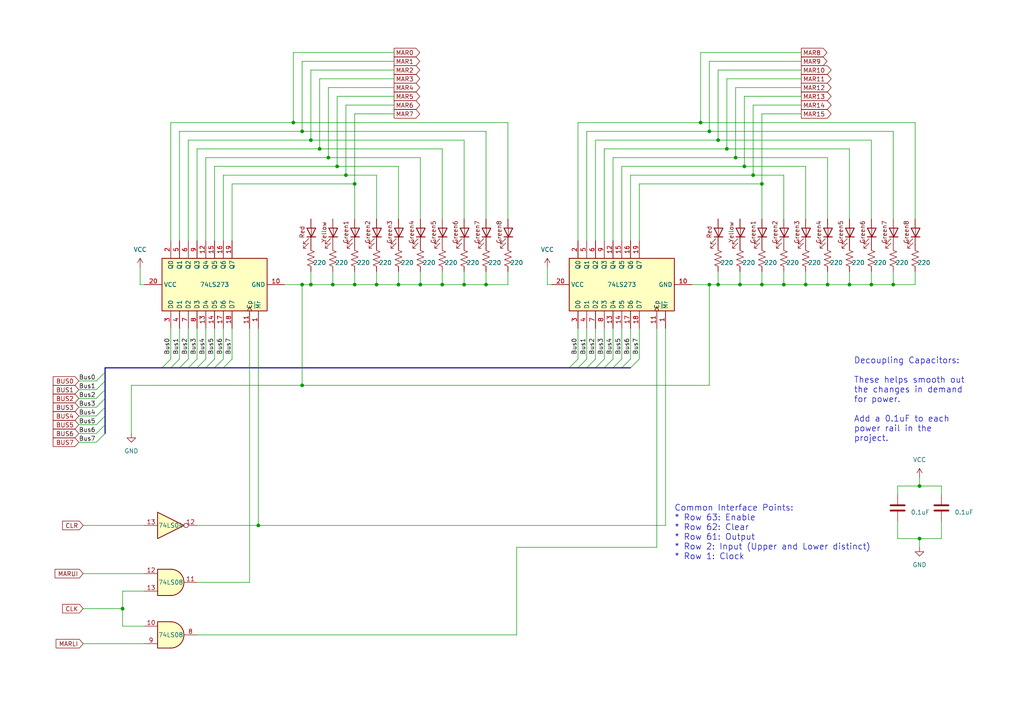
<source format=kicad_sch>
(kicad_sch (version 20211123) (generator eeschema)
  (paper "A4")
  (title_block (title "Memory Address Register (MAR)") (date "2022-02-06") (rev "1.0"))
  (lib_symbols
    (symbol "74xx:74LS04"
      (property "Reference" "U" (at 0 1.27 0))
      (property "Value" "74LS04" (at 0 -1.27 0))
      (symbol "74LS04_1_0"
        (polyline (pts (xy -3.81 3.81) (xy -3.81 -3.81) (xy 3.81 0) (xy -3.81 3.81)) (stroke (width 0.254)) (fill (type background)))
        (pin input line (at -7.62 0 0) (length 3.81) (name "~") (number "1"))
        (pin output inverted (at 7.62 0 180) (length 3.81) (name "~") (number "2"))
      )
      (symbol "74LS04_2_0"
        (polyline (pts (xy -3.81 3.81) (xy -3.81 -3.81) (xy 3.81 0) (xy -3.81 3.81)) (stroke (width 0.254)) (fill (type background)))
        (pin input line (at -7.62 0 0) (length 3.81) (name "~") (number "3"))
        (pin output inverted (at 7.62 0 180) (length 3.81) (name "~") (number "4"))
      )
      (symbol "74LS04_3_0"
        (polyline (pts (xy -3.81 3.81) (xy -3.81 -3.81) (xy 3.81 0) (xy -3.81 3.81)) (stroke (width 0.254)) (fill (type background)))
        (pin input line (at -7.62 0 0) (length 3.81) (name "~") (number "5"))
        (pin output inverted (at 7.62 0 180) (length 3.81) (name "~") (number "6"))
      )
      (symbol "74LS04_4_0"
        (polyline (pts (xy -3.81 3.81) (xy -3.81 -3.81) (xy 3.81 0) (xy -3.81 3.81)) (stroke (width 0.254)) (fill (type background)))
        (pin output inverted (at 7.62 0 180) (length 3.81) (name "~") (number "8"))
        (pin input line (at -7.62 0 0) (length 3.81) (name "~") (number "9"))
      )
      (symbol "74LS04_5_0"
        (polyline (pts (xy -3.81 3.81) (xy -3.81 -3.81) (xy 3.81 0) (xy -3.81 3.81)) (stroke (width 0.254)) (fill (type background)))
        (pin output inverted (at 7.62 0 180) (length 3.81) (name "~") (number "10"))
        (pin input line (at -7.62 0 0) (length 3.81) (name "~") (number "11"))
      )
      (symbol "74LS04_6_0"
        (polyline (pts (xy -3.81 3.81) (xy -3.81 -3.81) (xy 3.81 0) (xy -3.81 3.81)) (stroke (width 0.254)) (fill (type background)))
        (pin output inverted (at 7.62 0 180) (length 3.81) (name "~") (number "12"))
        (pin input line (at -7.62 0 0) (length 3.81) (name "~") (number "13"))
      )
      (symbol "74LS04_7_0"
        (pin power_in line (at 0 12.7 270) (length 5.08) (name "VCC") (number "14"))
        (pin power_in line (at 0 -12.7 90) (length 5.08) (name "GND") (number "7"))
      )
      (symbol "74LS04_7_1"
        (rectangle (start -5.08 7.62) (end 5.08 -7.62) (stroke (width 0.254)) (fill (type background)))
      )
    )
    (symbol "74xx:74LS08" (pin_names (offset 1.016))
      (property "Reference" "U" (at 0 1.27 0))
      (property "Value" "74LS08" (at 0 -1.27 0))
      (symbol "74LS08_1_1"
        (arc (start 0 -3.81) (mid 3.81 0) (end 0 3.81) (stroke (width 0.254)) (fill (type background)))
        (polyline (pts (xy 0 3.81) (xy -3.81 3.81) (xy -3.81 -3.81) (xy 0 -3.81)) (stroke (width 0.254)) (fill (type background)))
        (pin input line (at -7.62 2.54 0) (length 3.81) (name "~") (number "1"))
        (pin input line (at -7.62 -2.54 0) (length 3.81) (name "~") (number "2"))
        (pin output line (at 7.62 0 180) (length 3.81) (name "~") (number "3"))
      )
      (symbol "74LS08_1_2"
        (arc (start -3.81 -3.81) (mid -2.589 0) (end -3.81 3.81) (stroke (width 0.254)))
        (arc (start -0.6096 -3.81) (mid 2.1855 -2.584) (end 3.81 0) (stroke (width 0.254)) (fill (type background)))
        (polyline (pts (xy -3.81 -3.81) (xy -0.635 -3.81)) (stroke (width 0.254)) (fill (type background)))
        (polyline (pts (xy -3.81 3.81) (xy -0.635 3.81)) (stroke (width 0.254)) (fill (type background)))
        (polyline (pts (xy -0.635 3.81) (xy -3.81 3.81) (xy -3.81 3.81) (xy -3.556 3.4036) (xy -3.0226 2.2606) (xy -2.6924 1.0414) (xy -2.6162 -0.254) (xy -2.7686 -1.4986) (xy -3.175 -2.7178) (xy -3.81 -3.81) (xy -3.81 -3.81) (xy -0.635 -3.81)) (stroke (width -25.4)) (fill (type background)))
        (arc (start 3.81 0) (mid 2.1928 2.5925) (end -0.6096 3.81) (stroke (width 0.254)) (fill (type background)))
        (pin input inverted (at -7.62 2.54 0) (length 4.318) (name "~") (number "1"))
        (pin input inverted (at -7.62 -2.54 0) (length 4.318) (name "~") (number "2"))
        (pin output inverted (at 7.62 0 180) (length 3.81) (name "~") (number "3"))
      )
      (symbol "74LS08_2_1"
        (arc (start 0 -3.81) (mid 3.81 0) (end 0 3.81) (stroke (width 0.254)) (fill (type background)))
        (polyline (pts (xy 0 3.81) (xy -3.81 3.81) (xy -3.81 -3.81) (xy 0 -3.81)) (stroke (width 0.254)) (fill (type background)))
        (pin input line (at -7.62 2.54 0) (length 3.81) (name "~") (number "4"))
        (pin input line (at -7.62 -2.54 0) (length 3.81) (name "~") (number "5"))
        (pin output line (at 7.62 0 180) (length 3.81) (name "~") (number "6"))
      )
      (symbol "74LS08_2_2"
        (arc (start -3.81 -3.81) (mid -2.589 0) (end -3.81 3.81) (stroke (width 0.254)))
        (arc (start -0.6096 -3.81) (mid 2.1855 -2.584) (end 3.81 0) (stroke (width 0.254)) (fill (type background)))
        (polyline (pts (xy -3.81 -3.81) (xy -0.635 -3.81)) (stroke (width 0.254)) (fill (type background)))
        (polyline (pts (xy -3.81 3.81) (xy -0.635 3.81)) (stroke (width 0.254)) (fill (type background)))
        (polyline (pts (xy -0.635 3.81) (xy -3.81 3.81) (xy -3.81 3.81) (xy -3.556 3.4036) (xy -3.0226 2.2606) (xy -2.6924 1.0414) (xy -2.6162 -0.254) (xy -2.7686 -1.4986) (xy -3.175 -2.7178) (xy -3.81 -3.81) (xy -3.81 -3.81) (xy -0.635 -3.81)) (stroke (width -25.4)) (fill (type background)))
        (arc (start 3.81 0) (mid 2.1928 2.5925) (end -0.6096 3.81) (stroke (width 0.254)) (fill (type background)))
        (pin input inverted (at -7.62 2.54 0) (length 4.318) (name "~") (number "4"))
        (pin input inverted (at -7.62 -2.54 0) (length 4.318) (name "~") (number "5"))
        (pin output inverted (at 7.62 0 180) (length 3.81) (name "~") (number "6"))
      )
      (symbol "74LS08_3_1"
        (arc (start 0 -3.81) (mid 3.81 0) (end 0 3.81) (stroke (width 0.254)) (fill (type background)))
        (polyline (pts (xy 0 3.81) (xy -3.81 3.81) (xy -3.81 -3.81) (xy 0 -3.81)) (stroke (width 0.254)) (fill (type background)))
        (pin input line (at -7.62 -2.54 0) (length 3.81) (name "~") (number "10"))
        (pin output line (at 7.62 0 180) (length 3.81) (name "~") (number "8"))
        (pin input line (at -7.62 2.54 0) (length 3.81) (name "~") (number "9"))
      )
      (symbol "74LS08_3_2"
        (arc (start -3.81 -3.81) (mid -2.589 0) (end -3.81 3.81) (stroke (width 0.254)))
        (arc (start -0.6096 -3.81) (mid 2.1855 -2.584) (end 3.81 0) (stroke (width 0.254)) (fill (type background)))
        (polyline (pts (xy -3.81 -3.81) (xy -0.635 -3.81)) (stroke (width 0.254)) (fill (type background)))
        (polyline (pts (xy -3.81 3.81) (xy -0.635 3.81)) (stroke (width 0.254)) (fill (type background)))
        (polyline (pts (xy -0.635 3.81) (xy -3.81 3.81) (xy -3.81 3.81) (xy -3.556 3.4036) (xy -3.0226 2.2606) (xy -2.6924 1.0414) (xy -2.6162 -0.254) (xy -2.7686 -1.4986) (xy -3.175 -2.7178) (xy -3.81 -3.81) (xy -3.81 -3.81) (xy -0.635 -3.81)) (stroke (width -25.4)) (fill (type background)))
        (arc (start 3.81 0) (mid 2.1928 2.5925) (end -0.6096 3.81) (stroke (width 0.254)) (fill (type background)))
        (pin input inverted (at -7.62 -2.54 0) (length 4.318) (name "~") (number "10"))
        (pin output inverted (at 7.62 0 180) (length 3.81) (name "~") (number "8"))
        (pin input inverted (at -7.62 2.54 0) (length 4.318) (name "~") (number "9"))
      )
      (symbol "74LS08_4_1"
        (arc (start 0 -3.81) (mid 3.81 0) (end 0 3.81) (stroke (width 0.254)) (fill (type background)))
        (polyline (pts (xy 0 3.81) (xy -3.81 3.81) (xy -3.81 -3.81) (xy 0 -3.81)) (stroke (width 0.254)) (fill (type background)))
        (pin output line (at 7.62 0 180) (length 3.81) (name "~") (number "11"))
        (pin input line (at -7.62 2.54 0) (length 3.81) (name "~") (number "12"))
        (pin input line (at -7.62 -2.54 0) (length 3.81) (name "~") (number "13"))
      )
      (symbol "74LS08_4_2"
        (arc (start -3.81 -3.81) (mid -2.589 0) (end -3.81 3.81) (stroke (width 0.254)))
        (arc (start -0.6096 -3.81) (mid 2.1855 -2.584) (end 3.81 0) (stroke (width 0.254)) (fill (type background)))
        (polyline (pts (xy -3.81 -3.81) (xy -0.635 -3.81)) (stroke (width 0.254)) (fill (type background)))
        (polyline (pts (xy -3.81 3.81) (xy -0.635 3.81)) (stroke (width 0.254)) (fill (type background)))
        (polyline (pts (xy -0.635 3.81) (xy -3.81 3.81) (xy -3.81 3.81) (xy -3.556 3.4036) (xy -3.0226 2.2606) (xy -2.6924 1.0414) (xy -2.6162 -0.254) (xy -2.7686 -1.4986) (xy -3.175 -2.7178) (xy -3.81 -3.81) (xy -3.81 -3.81) (xy -0.635 -3.81)) (stroke (width -25.4)) (fill (type background)))
        (arc (start 3.81 0) (mid 2.1928 2.5925) (end -0.6096 3.81) (stroke (width 0.254)) (fill (type background)))
        (pin output inverted (at 7.62 0 180) (length 3.81) (name "~") (number "11"))
        (pin input inverted (at -7.62 2.54 0) (length 4.318) (name "~") (number "12"))
        (pin input inverted (at -7.62 -2.54 0) (length 4.318) (name "~") (number "13"))
      )
      (symbol "74LS08_5_0"
        (pin power_in line (at 0 12.7 270) (length 5.08) (name "VCC") (number "14"))
        (pin power_in line (at 0 -12.7 90) (length 5.08) (name "GND") (number "7"))
      )
      (symbol "74LS08_5_1"
        (rectangle (start -5.08 7.62) (end 5.08 -7.62) (stroke (width 0.254)) (fill (type background)))
      )
    )
    (symbol "74xx:74LS273"
      (property "Reference" "U" (at -7.62 16.51 0))
      (property "Value" "74LS273" (at -7.62 -16.51 0))
      (symbol "74LS273_1_0"
        (pin input line (at -12.7 -12.7 0) (length 5.08) (name "~{Mr}") (number "1"))
        (pin power_in line (at 0 -20.32 90) (length 5.08) (name "GND") (number "10"))
        (pin input clock (at -12.7 -10.16 0) (length 5.08) (name "Cp") (number "11"))
        (pin output line (at 12.7 2.54 180) (length 5.08) (name "Q4") (number "12"))
        (pin input line (at -12.7 2.54 0) (length 5.08) (name "D4") (number "13"))
        (pin input line (at -12.7 0 0) (length 5.08) (name "D5") (number "14"))
        (pin output line (at 12.7 0 180) (length 5.08) (name "Q5") (number "15"))
        (pin output line (at 12.7 -2.54 180) (length 5.08) (name "Q6") (number "16"))
        (pin input line (at -12.7 -2.54 0) (length 5.08) (name "D6") (number "17"))
        (pin input line (at -12.7 -5.08 0) (length 5.08) (name "D7") (number "18"))
        (pin output line (at 12.7 -5.08 180) (length 5.08) (name "Q7") (number "19"))
        (pin output line (at 12.7 12.7 180) (length 5.08) (name "Q0") (number "2"))
        (pin power_in line (at 0 20.32 270) (length 5.08) (name "VCC") (number "20"))
        (pin input line (at -12.7 12.7 0) (length 5.08) (name "D0") (number "3"))
        (pin input line (at -12.7 10.16 0) (length 5.08) (name "D1") (number "4"))
        (pin output line (at 12.7 10.16 180) (length 5.08) (name "Q1") (number "5"))
        (pin output line (at 12.7 7.62 180) (length 5.08) (name "Q2") (number "6"))
        (pin input line (at -12.7 7.62 0) (length 5.08) (name "D2") (number "7"))
        (pin input line (at -12.7 5.08 0) (length 5.08) (name "D3") (number "8"))
        (pin output line (at 12.7 5.08 180) (length 5.08) (name "Q3") (number "9"))
      )
      (symbol "74LS273_1_1"
        (rectangle (start -7.62 15.24) (end 7.62 -15.24) (stroke (width 0.254)) (fill (type background)))
      )
    )
    (symbol "Device:C" (pin_numbers hide) (pin_names (offset 0.254))
      (property "Reference" "C" (at 0.635 2.54 0))
      (property "Value" "C" (at 0.635 -2.54 0))
      (symbol "C_0_1"
        (polyline (pts (xy -2.032 -0.762) (xy 2.032 -0.762)) (stroke (width 0.508)))
        (polyline (pts (xy -2.032 0.762) (xy 2.032 0.762)) (stroke (width 0.508)))
      )
      (symbol "C_1_1"
        (pin passive line (at 0 3.81 270) (length 2.794) (name "~") (number "1"))
        (pin passive line (at 0 -3.81 90) (length 2.794) (name "~") (number "2"))
      )
    )
    (symbol "Device:R_US" (pin_numbers hide) (pin_names (offset 0))
      (property "Reference" "R" (at 2.54 0 90))
      (property "Value" "R_US" (at -2.54 0 90))
      (symbol "R_US_0_1"
        (polyline (pts (xy 0 -2.286) (xy 0 -2.54)))
        (polyline (pts (xy 0 2.286) (xy 0 2.54)))
        (polyline (pts (xy 0 -0.762) (xy 1.016 -1.143) (xy 0 -1.524) (xy -1.016 -1.905) (xy 0 -2.286)))
        (polyline (pts (xy 0 0.762) (xy 1.016 0.381) (xy 0 0) (xy -1.016 -0.381) (xy 0 -0.762)))
        (polyline (pts (xy 0 2.286) (xy 1.016 1.905) (xy 0 1.524) (xy -1.016 1.143) (xy 0 0.762)))
      )
      (symbol "R_US_1_1"
        (pin passive line (at 0 3.81 270) (length 1.27) (name "~") (number "1"))
        (pin passive line (at 0 -3.81 90) (length 1.27) (name "~") (number "2"))
      )
    )
    (symbol "SB1R1Y8G_LED:SB1R1Y8G_LED"
      (symbol "SB1R1Y8G_LED_0_0"
        (text "" (at 0.635 0 900) (effects (font (size 1.27 1.27))))
        (text "" (at 1.27 -15.24 0) (effects (font (size 1.27 1.27))))
      )
      (symbol "SB1R1Y8G_LED_0_1"
        (polyline (pts (xy -1.397 -0.127) (xy 1.143 -0.127)))
        (polyline (pts (xy -1.397 1.143) (xy -1.397 -1.397)) (stroke (width 0.254)))
        (polyline (pts (xy 1.143 1.143) (xy 1.143 -1.397) (xy -1.397 -0.127) (xy 1.143 1.143)) (stroke (width 0.254)))
        (polyline (pts (xy -3.175 0.635) (xy -4.699 2.159) (xy -3.937 2.159) (xy -4.699 2.159) (xy -4.699 1.397)))
        (polyline (pts (xy -1.905 0.635) (xy -3.429 2.159) (xy -2.667 2.159) (xy -3.429 2.159) (xy -3.429 1.397)))
      )
      (symbol "SB1R1Y8G_LED_1_0"
        (text "Red" (at 0 2.54 0) (effects (font (size 1.27 1.27))))
      )
      (symbol "SB1R1Y8G_LED_1_1"
        (pin passive line (at -3.81 0 0) (length 2.54) (name "") (number "1"))
        (pin passive line (at 3.81 0 180) (length 2.54) (name "") (number "11"))
      )
      (symbol "SB1R1Y8G_LED_2_0"
        (text "Yellow" (at 0 2.54 0) (effects (font (size 1.27 1.27))))
      )
      (symbol "SB1R1Y8G_LED_2_1"
        (pin passive line (at 3.81 0 180) (length 2.54) (name "") (number "12"))
        (pin passive line (at -3.81 0 0) (length 2.54) (name "") (number "2"))
      )
      (symbol "SB1R1Y8G_LED_3_0"
        (text "Green1" (at 0 2.54 0) (effects (font (size 1.27 1.27))))
      )
      (symbol "SB1R1Y8G_LED_3_1"
        (pin passive line (at 3.81 0 180) (length 2.54) (name "") (number "13"))
        (pin passive line (at -3.81 0 0) (length 2.54) (name "") (number "3"))
      )
      (symbol "SB1R1Y8G_LED_4_0"
        (text "Green2" (at 0 2.54 0) (effects (font (size 1.27 1.27))))
      )
      (symbol "SB1R1Y8G_LED_4_1"
        (pin passive line (at 3.81 0 180) (length 2.54) (name "") (number "14"))
        (pin passive line (at -3.81 0 0) (length 2.54) (name "") (number "4"))
      )
      (symbol "SB1R1Y8G_LED_5_0"
        (text "Green3" (at 0 2.54 0) (effects (font (size 1.27 1.27))))
      )
      (symbol "SB1R1Y8G_LED_5_1"
        (pin passive line (at 3.81 0 180) (length 2.54) (name "") (number "15"))
        (pin passive line (at -3.81 0 0) (length 2.54) (name "") (number "5"))
      )
      (symbol "SB1R1Y8G_LED_6_0"
        (text "Green4" (at 0 2.54 0) (effects (font (size 1.27 1.27))))
      )
      (symbol "SB1R1Y8G_LED_6_1"
        (pin passive line (at 3.81 0 180) (length 2.54) (name "") (number "16"))
        (pin passive line (at -3.81 0 0) (length 2.54) (name "") (number "6"))
      )
      (symbol "SB1R1Y8G_LED_7_0"
        (text "Green5" (at 0 2.54 0) (effects (font (size 1.27 1.27))))
      )
      (symbol "SB1R1Y8G_LED_7_1"
        (pin passive line (at 3.81 0 180) (length 2.54) (name "") (number "17"))
        (pin passive line (at -3.81 0 0) (length 2.54) (name "") (number "7"))
      )
      (symbol "SB1R1Y8G_LED_8_0"
        (text "Green6" (at 0 2.54 0) (effects (font (size 1.27 1.27))))
      )
      (symbol "SB1R1Y8G_LED_8_1"
        (pin passive line (at 3.81 0 180) (length 2.54) (name "") (number "18"))
        (pin passive line (at -3.81 0 0) (length 2.54) (name "") (number "8"))
      )
      (symbol "SB1R1Y8G_LED_9_0"
        (text "Green7" (at 0 2.54 0) (effects (font (size 1.27 1.27))))
      )
      (symbol "SB1R1Y8G_LED_9_1"
        (pin passive line (at 3.81 0 180) (length 2.54) (name "") (number "19"))
        (pin passive line (at -3.81 0 0) (length 2.54) (name "") (number "9"))
      )
      (symbol "SB1R1Y8G_LED_10_0"
        (text "Green8" (at 0 2.54 0) (effects (font (size 1.27 1.27))))
      )
      (symbol "SB1R1Y8G_LED_10_1"
        (pin passive line (at 3.81 0 180) (length 2.54) (name "") (number "10"))
        (pin passive line (at -3.81 0 0) (length 2.54) (name "") (number "20"))
      )
    )
    (symbol "power:GND" (power) (pin_names (offset 0))
      (property "Value" "GND" (at 0 -3.81 0))
      (symbol "GND_0_1"
        (polyline (pts (xy 0 0) (xy 0 -1.27) (xy 1.27 -1.27) (xy 0 -2.54) (xy -1.27 -1.27) (xy 0 -1.27)))
      )
      (symbol "GND_1_1"
        (pin power_in line (at 0 0 270) (length 0) hide (name "GND") (number "1"))
      )
    )
    (symbol "power:VCC" (power) (pin_names (offset 0))
      (property "Value" "VCC" (at 0 3.81 0))
      (symbol "VCC_0_1"
        (polyline (pts (xy -0.762 1.27) (xy 0 2.54)))
        (polyline (pts (xy 0 0) (xy 0 2.54)))
        (polyline (pts (xy 0 2.54) (xy 0.762 1.27)))
      )
      (symbol "VCC_1_1"
        (pin power_in line (at 0 0 90) (length 0) hide (name "VCC") (number "1"))
      )
    )
  )
  (junction (at 266.7 140.97))
  (junction (at 220.98 53.34))
  (junction (at 240.03 82.55))
  (junction (at 87.63 111.76))
  (junction (at 205.74 38.1))
  (junction (at 90.17 40.64))
  (junction (at 208.28 40.64))
  (junction (at 218.44 50.8))
  (junction (at 205.74 82.55))
  (junction (at 109.22 82.55))
  (junction (at 102.87 53.34))
  (junction (at 35.56 176.53))
  (junction (at 210.82 43.18))
  (junction (at 85.09 35.56))
  (junction (at 140.97 82.55))
  (junction (at 208.28 82.55))
  (junction (at 252.73 82.55))
  (junction (at 215.9 48.26))
  (junction (at 74.93 152.4))
  (junction (at 220.98 82.55))
  (junction (at 115.57 82.55))
  (junction (at 102.87 82.55))
  (junction (at 97.79 48.26))
  (junction (at 95.25 45.72))
  (junction (at 259.08 82.55))
  (junction (at 92.71 43.18))
  (junction (at 100.33 50.8))
  (junction (at 90.17 82.55))
  (junction (at 134.62 82.55))
  (junction (at 213.36 45.72))
  (junction (at 121.92 82.55))
  (junction (at 96.52 82.55))
  (junction (at 87.63 38.1))
  (junction (at 227.33 82.55))
  (junction (at 246.38 82.55))
  (junction (at 128.27 82.55))
  (junction (at 203.2 35.56))
  (junction (at 266.7 156.21))
  (junction (at 233.68 82.55))
  (junction (at 214.63 82.55))
  (junction (at 87.63 82.55))
  (bus_entry (at 27.94 118.11) (size 2.54 -2.54))
  (bus_entry (at 67.31 104.14) (size -2.54 2.54))
  (bus_entry (at 27.94 115.57) (size 2.54 -2.54))
  (bus_entry (at 49.53 104.14) (size -2.54 2.54))
  (bus_entry (at 175.26 104.14) (size -2.54 2.54))
  (bus_entry (at 172.72 104.14) (size -2.54 2.54))
  (bus_entry (at 27.94 110.49) (size 2.54 -2.54))
  (bus_entry (at 167.64 104.14) (size -2.54 2.54))
  (bus_entry (at 177.8 104.14) (size -2.54 2.54))
  (bus_entry (at 27.94 128.27) (size 2.54 -2.54))
  (bus_entry (at 185.42 104.14) (size -2.54 2.54))
  (bus_entry (at 57.15 104.14) (size -2.54 2.54))
  (bus_entry (at 64.77 104.14) (size -2.54 2.54))
  (bus_entry (at 27.94 125.73) (size 2.54 -2.54))
  (bus_entry (at 54.61 104.14) (size -2.54 2.54))
  (bus_entry (at 27.94 120.65) (size 2.54 -2.54))
  (bus_entry (at 59.69 104.14) (size -2.54 2.54))
  (bus_entry (at 170.18 104.14) (size -2.54 2.54))
  (bus_entry (at 182.88 104.14) (size -2.54 2.54))
  (bus_entry (at 180.34 104.14) (size -2.54 2.54))
  (bus_entry (at 27.94 123.19) (size 2.54 -2.54))
  (bus_entry (at 62.23 104.14) (size -2.54 2.54))
  (bus_entry (at 27.94 113.03) (size 2.54 -2.54))
  (bus_entry (at 52.07 104.14) (size -2.54 2.54))
  (wire (pts (xy 260.35 140.97) (xy 266.7 140.97)))
  (wire (pts (xy 109.22 82.55) (xy 115.57 82.55)))
  (wire (pts (xy 87.63 82.55) (xy 90.17 82.55)))
  (wire (pts (xy 177.8 95.25) (xy 177.8 104.14)))
  (wire (pts (xy 259.08 82.55) (xy 265.43 82.55)))
  (wire (pts (xy 208.28 78.74) (xy 208.28 82.55)))
  (wire (pts (xy 170.18 95.25) (xy 170.18 104.14)))
  (wire (pts (xy 74.93 152.4) (xy 193.04 152.4)))
  (wire (pts (xy 215.9 48.26) (xy 233.68 48.26)))
  (wire (pts (xy 182.88 69.85) (xy 182.88 50.8)))
  (wire (pts (xy 64.77 69.85) (xy 64.77 50.8)))
  (wire (pts (xy 232.41 17.78) (xy 205.74 17.78)))
  (bus (pts (xy 30.48 113.03) (xy 30.48 115.57)))
  (wire (pts (xy 22.86 128.27) (xy 27.94 128.27)))
  (wire (pts (xy 167.64 95.25) (xy 167.64 104.14)))
  (wire (pts (xy 177.8 69.85) (xy 177.8 45.72)))
  (bus (pts (xy 30.48 115.57) (xy 30.48 118.11)))
  (wire (pts (xy 260.35 151.13) (xy 260.35 156.21)))
  (wire (pts (xy 22.86 115.57) (xy 27.94 115.57)))
  (wire (pts (xy 121.92 78.74) (xy 121.92 82.55)))
  (wire (pts (xy 54.61 69.85) (xy 54.61 40.64)))
  (wire (pts (xy 240.03 45.72) (xy 240.03 63.5)))
  (bus (pts (xy 177.8 106.68) (xy 175.26 106.68)))
  (wire (pts (xy 172.72 95.25) (xy 172.72 104.14)))
  (wire (pts (xy 57.15 184.15) (xy 149.86 184.15)))
  (wire (pts (xy 170.18 38.1) (xy 205.74 38.1)))
  (wire (pts (xy 227.33 82.55) (xy 233.68 82.55)))
  (wire (pts (xy 35.56 176.53) (xy 35.56 171.45)))
  (wire (pts (xy 114.3 17.78) (xy 87.63 17.78)))
  (bus (pts (xy 30.48 106.68) (xy 30.48 107.95)))
  (wire (pts (xy 246.38 78.74) (xy 246.38 82.55)))
  (wire (pts (xy 260.35 156.21) (xy 266.7 156.21)))
  (wire (pts (xy 62.23 95.25) (xy 62.23 104.14)))
  (wire (pts (xy 233.68 82.55) (xy 240.03 82.55)))
  (wire (pts (xy 134.62 78.74) (xy 134.62 82.55)))
  (bus (pts (xy 172.72 106.68) (xy 170.18 106.68)))
  (wire (pts (xy 140.97 78.74) (xy 140.97 82.55)))
  (wire (pts (xy 205.74 111.76) (xy 87.63 111.76)))
  (wire (pts (xy 52.07 69.85) (xy 52.07 38.1)))
  (wire (pts (xy 214.63 82.55) (xy 220.98 82.55)))
  (wire (pts (xy 102.87 33.02) (xy 102.87 53.34)))
  (wire (pts (xy 40.64 77.47) (xy 40.64 82.55)))
  (wire (pts (xy 220.98 33.02) (xy 220.98 53.34)))
  (wire (pts (xy 97.79 27.94) (xy 97.79 48.26)))
  (wire (pts (xy 233.68 48.26) (xy 233.68 63.5)))
  (wire (pts (xy 57.15 152.4) (xy 74.93 152.4)))
  (wire (pts (xy 49.53 95.25) (xy 49.53 104.14)))
  (wire (pts (xy 170.18 69.85) (xy 170.18 38.1)))
  (wire (pts (xy 87.63 17.78) (xy 87.63 38.1)))
  (wire (pts (xy 149.86 158.75) (xy 190.5 158.75)))
  (wire (pts (xy 190.5 158.75) (xy 190.5 95.25)))
  (wire (pts (xy 175.26 69.85) (xy 175.26 43.18)))
  (wire (pts (xy 140.97 82.55) (xy 147.32 82.55)))
  (wire (pts (xy 185.42 53.34) (xy 220.98 53.34)))
  (wire (pts (xy 64.77 50.8) (xy 100.33 50.8)))
  (wire (pts (xy 96.52 82.55) (xy 102.87 82.55)))
  (wire (pts (xy 232.41 27.94) (xy 215.9 27.94)))
  (wire (pts (xy 240.03 78.74) (xy 240.03 82.55)))
  (wire (pts (xy 200.66 82.55) (xy 205.74 82.55)))
  (wire (pts (xy 205.74 82.55) (xy 205.74 111.76)))
  (wire (pts (xy 213.36 25.4) (xy 213.36 45.72)))
  (wire (pts (xy 114.3 33.02) (xy 102.87 33.02)))
  (wire (pts (xy 214.63 78.74) (xy 214.63 82.55)))
  (wire (pts (xy 35.56 181.61) (xy 35.56 176.53)))
  (wire (pts (xy 260.35 143.51) (xy 260.35 140.97)))
  (wire (pts (xy 208.28 82.55) (xy 214.63 82.55)))
  (wire (pts (xy 273.05 140.97) (xy 273.05 143.51)))
  (bus (pts (xy 167.64 106.68) (xy 165.1 106.68)))
  (wire (pts (xy 232.41 22.86) (xy 210.82 22.86)))
  (wire (pts (xy 62.23 69.85) (xy 62.23 48.26)))
  (wire (pts (xy 180.34 69.85) (xy 180.34 48.26)))
  (wire (pts (xy 177.8 45.72) (xy 213.36 45.72)))
  (wire (pts (xy 24.13 176.53) (xy 35.56 176.53)))
  (wire (pts (xy 182.88 50.8) (xy 218.44 50.8)))
  (wire (pts (xy 158.75 77.47) (xy 158.75 82.55)))
  (wire (pts (xy 92.71 22.86) (xy 92.71 43.18)))
  (wire (pts (xy 22.86 120.65) (xy 27.94 120.65)))
  (wire (pts (xy 172.72 69.85) (xy 172.72 40.64)))
  (wire (pts (xy 227.33 78.74) (xy 227.33 82.55)))
  (bus (pts (xy 30.48 107.95) (xy 30.48 110.49)))
  (bus (pts (xy 64.77 106.68) (xy 165.1 106.68)))
  (wire (pts (xy 40.64 82.55) (xy 41.91 82.55)))
  (bus (pts (xy 170.18 106.68) (xy 167.64 106.68)))
  (wire (pts (xy 67.31 53.34) (xy 102.87 53.34)))
  (wire (pts (xy 147.32 78.74) (xy 147.32 82.55)))
  (wire (pts (xy 252.73 40.64) (xy 252.73 63.5)))
  (wire (pts (xy 193.04 152.4) (xy 193.04 95.25)))
  (wire (pts (xy 128.27 78.74) (xy 128.27 82.55)))
  (bus (pts (xy 52.07 106.68) (xy 49.53 106.68)))
  (wire (pts (xy 210.82 22.86) (xy 210.82 43.18)))
  (wire (pts (xy 85.09 35.56) (xy 147.32 35.56)))
  (wire (pts (xy 57.15 43.18) (xy 92.71 43.18)))
  (wire (pts (xy 220.98 78.74) (xy 220.98 82.55)))
  (wire (pts (xy 259.08 78.74) (xy 259.08 82.55)))
  (wire (pts (xy 180.34 95.25) (xy 180.34 104.14)))
  (wire (pts (xy 134.62 82.55) (xy 140.97 82.55)))
  (wire (pts (xy 22.86 118.11) (xy 27.94 118.11)))
  (wire (pts (xy 102.87 82.55) (xy 109.22 82.55)))
  (wire (pts (xy 140.97 38.1) (xy 140.97 63.5)))
  (wire (pts (xy 100.33 50.8) (xy 109.22 50.8)))
  (wire (pts (xy 266.7 156.21) (xy 273.05 156.21)))
  (wire (pts (xy 87.63 38.1) (xy 140.97 38.1)))
  (bus (pts (xy 30.48 123.19) (xy 30.48 125.73)))
  (wire (pts (xy 54.61 40.64) (xy 90.17 40.64)))
  (bus (pts (xy 62.23 106.68) (xy 59.69 106.68)))
  (wire (pts (xy 59.69 45.72) (xy 95.25 45.72)))
  (bus (pts (xy 175.26 106.68) (xy 172.72 106.68)))
  (wire (pts (xy 59.69 69.85) (xy 59.69 45.72)))
  (wire (pts (xy 24.13 166.37) (xy 41.91 166.37)))
  (wire (pts (xy 218.44 30.48) (xy 218.44 50.8)))
  (wire (pts (xy 215.9 27.94) (xy 215.9 48.26)))
  (wire (pts (xy 246.38 43.18) (xy 246.38 63.5)))
  (wire (pts (xy 52.07 95.25) (xy 52.07 104.14)))
  (wire (pts (xy 227.33 50.8) (xy 227.33 63.5)))
  (wire (pts (xy 22.86 123.19) (xy 27.94 123.19)))
  (wire (pts (xy 41.91 181.61) (xy 35.56 181.61)))
  (wire (pts (xy 203.2 15.24) (xy 203.2 35.56)))
  (bus (pts (xy 59.69 106.68) (xy 57.15 106.68)))
  (wire (pts (xy 97.79 48.26) (xy 115.57 48.26)))
  (wire (pts (xy 22.86 125.73) (xy 27.94 125.73)))
  (wire (pts (xy 182.88 95.25) (xy 182.88 104.14)))
  (wire (pts (xy 114.3 25.4) (xy 95.25 25.4)))
  (wire (pts (xy 90.17 78.74) (xy 90.17 82.55)))
  (wire (pts (xy 114.3 20.32) (xy 90.17 20.32)))
  (bus (pts (xy 30.48 120.65) (xy 30.48 123.19)))
  (wire (pts (xy 35.56 171.45) (xy 41.91 171.45)))
  (wire (pts (xy 121.92 82.55) (xy 128.27 82.55)))
  (wire (pts (xy 252.73 82.55) (xy 259.08 82.55)))
  (wire (pts (xy 102.87 78.74) (xy 102.87 82.55)))
  (wire (pts (xy 273.05 151.13) (xy 273.05 156.21)))
  (wire (pts (xy 232.41 33.02) (xy 220.98 33.02)))
  (wire (pts (xy 121.92 45.72) (xy 121.92 63.5)))
  (wire (pts (xy 90.17 40.64) (xy 134.62 40.64)))
  (wire (pts (xy 74.93 152.4) (xy 74.93 95.25)))
  (wire (pts (xy 115.57 82.55) (xy 121.92 82.55)))
  (wire (pts (xy 240.03 82.55) (xy 246.38 82.55)))
  (wire (pts (xy 49.53 35.56) (xy 85.09 35.56)))
  (wire (pts (xy 109.22 50.8) (xy 109.22 63.5)))
  (bus (pts (xy 30.48 110.49) (xy 30.48 113.03)))
  (wire (pts (xy 158.75 82.55) (xy 160.02 82.55)))
  (wire (pts (xy 259.08 38.1) (xy 259.08 63.5)))
  (wire (pts (xy 175.26 95.25) (xy 175.26 104.14)))
  (wire (pts (xy 232.41 15.24) (xy 203.2 15.24)))
  (bus (pts (xy 54.61 106.68) (xy 52.07 106.68)))
  (wire (pts (xy 85.09 15.24) (xy 85.09 35.56)))
  (bus (pts (xy 182.88 106.68) (xy 180.34 106.68)))
  (wire (pts (xy 232.41 25.4) (xy 213.36 25.4)))
  (wire (pts (xy 232.41 30.48) (xy 218.44 30.48)))
  (wire (pts (xy 38.1 111.76) (xy 38.1 125.73)))
  (bus (pts (xy 49.53 106.68) (xy 46.99 106.68)))
  (wire (pts (xy 24.13 186.69) (xy 41.91 186.69)))
  (wire (pts (xy 115.57 48.26) (xy 115.57 63.5)))
  (wire (pts (xy 134.62 40.64) (xy 134.62 63.5)))
  (wire (pts (xy 208.28 20.32) (xy 208.28 40.64)))
  (wire (pts (xy 232.41 20.32) (xy 208.28 20.32)))
  (wire (pts (xy 213.36 45.72) (xy 240.03 45.72)))
  (wire (pts (xy 87.63 111.76) (xy 38.1 111.76)))
  (wire (pts (xy 266.7 138.43) (xy 266.7 140.97)))
  (wire (pts (xy 185.42 69.85) (xy 185.42 53.34)))
  (wire (pts (xy 220.98 53.34) (xy 220.98 63.5)))
  (wire (pts (xy 22.86 113.03) (xy 27.94 113.03)))
  (wire (pts (xy 167.64 69.85) (xy 167.64 35.56)))
  (wire (pts (xy 205.74 38.1) (xy 259.08 38.1)))
  (bus (pts (xy 180.34 106.68) (xy 177.8 106.68)))
  (wire (pts (xy 49.53 69.85) (xy 49.53 35.56)))
  (wire (pts (xy 67.31 69.85) (xy 67.31 53.34)))
  (wire (pts (xy 92.71 43.18) (xy 128.27 43.18)))
  (bus (pts (xy 30.48 118.11) (xy 30.48 120.65)))
  (wire (pts (xy 114.3 27.94) (xy 97.79 27.94)))
  (wire (pts (xy 185.42 95.25) (xy 185.42 104.14)))
  (wire (pts (xy 62.23 48.26) (xy 97.79 48.26)))
  (wire (pts (xy 90.17 20.32) (xy 90.17 40.64)))
  (wire (pts (xy 59.69 95.25) (xy 59.69 104.14)))
  (wire (pts (xy 208.28 40.64) (xy 252.73 40.64)))
  (wire (pts (xy 114.3 15.24) (xy 85.09 15.24)))
  (wire (pts (xy 64.77 95.25) (xy 64.77 104.14)))
  (wire (pts (xy 128.27 43.18) (xy 128.27 63.5)))
  (wire (pts (xy 114.3 30.48) (xy 100.33 30.48)))
  (wire (pts (xy 167.64 35.56) (xy 203.2 35.56)))
  (wire (pts (xy 95.25 45.72) (xy 121.92 45.72)))
  (wire (pts (xy 57.15 95.25) (xy 57.15 104.14)))
  (wire (pts (xy 109.22 78.74) (xy 109.22 82.55)))
  (wire (pts (xy 265.43 35.56) (xy 265.43 63.5)))
  (wire (pts (xy 128.27 82.55) (xy 134.62 82.55)))
  (wire (pts (xy 252.73 78.74) (xy 252.73 82.55)))
  (wire (pts (xy 57.15 69.85) (xy 57.15 43.18)))
  (wire (pts (xy 203.2 35.56) (xy 265.43 35.56)))
  (bus (pts (xy 64.77 106.68) (xy 62.23 106.68)))
  (wire (pts (xy 147.32 35.56) (xy 147.32 63.5)))
  (wire (pts (xy 95.25 25.4) (xy 95.25 45.72)))
  (wire (pts (xy 220.98 82.55) (xy 227.33 82.55)))
  (wire (pts (xy 82.55 82.55) (xy 87.63 82.55)))
  (wire (pts (xy 100.33 30.48) (xy 100.33 50.8)))
  (wire (pts (xy 67.31 95.25) (xy 67.31 104.14)))
  (wire (pts (xy 96.52 78.74) (xy 96.52 82.55)))
  (wire (pts (xy 149.86 184.15) (xy 149.86 158.75)))
  (wire (pts (xy 218.44 50.8) (xy 227.33 50.8)))
  (wire (pts (xy 24.13 152.4) (xy 41.91 152.4)))
  (wire (pts (xy 54.61 95.25) (xy 54.61 104.14)))
  (wire (pts (xy 266.7 156.21) (xy 266.7 158.75)))
  (wire (pts (xy 90.17 82.55) (xy 96.52 82.55)))
  (wire (pts (xy 266.7 140.97) (xy 273.05 140.97)))
  (wire (pts (xy 210.82 43.18) (xy 246.38 43.18)))
  (wire (pts (xy 72.39 168.91) (xy 72.39 95.25)))
  (wire (pts (xy 175.26 43.18) (xy 210.82 43.18)))
  (wire (pts (xy 180.34 48.26) (xy 215.9 48.26)))
  (wire (pts (xy 205.74 17.78) (xy 205.74 38.1)))
  (bus (pts (xy 57.15 106.68) (xy 54.61 106.68)))
  (wire (pts (xy 87.63 82.55) (xy 87.63 111.76)))
  (wire (pts (xy 115.57 78.74) (xy 115.57 82.55)))
  (wire (pts (xy 114.3 22.86) (xy 92.71 22.86)))
  (wire (pts (xy 172.72 40.64) (xy 208.28 40.64)))
  (wire (pts (xy 205.74 82.55) (xy 208.28 82.55)))
  (wire (pts (xy 57.15 168.91) (xy 72.39 168.91)))
  (wire (pts (xy 246.38 82.55) (xy 252.73 82.55)))
  (wire (pts (xy 22.86 110.49) (xy 27.94 110.49)))
  (wire (pts (xy 52.07 38.1) (xy 87.63 38.1)))
  (wire (pts (xy 102.87 53.34) (xy 102.87 63.5)))
  (wire (pts (xy 233.68 78.74) (xy 233.68 82.55)))
  (bus (pts (xy 46.99 106.68) (xy 30.48 106.68)))
  (wire (pts (xy 265.43 78.74) (xy 265.43 82.55)))
  (text "Common Interface Points:\n* Row 63: Enable\n* Row 62: Clear\n* Row 61: Output\n* Row 2: Input (Upper and Lower distinct)\n* Row 1: Clock" (at 195.58 162.56 0) (effects (font (size 1.75 1.75)) (justify left bottom)))
  (text "Decoupling Capacitors:\n\nThese helps smooth out \nthe changes in demand \nfor power.\n\nAdd a 0.1uF to each \npower rail in the \nproject." (at 247.65 128.27 0) (effects (font (size 1.75 1.75)) (justify left bottom)))
  (label "Bus7" (at 67.31 102.87 90))
  (label "Bus3" (at 57.15 102.87 90))
  (label "Bus5" (at 62.23 102.87 90))
  (label "Bus6" (at 182.88 102.87 90))
  (label "Bus2" (at 22.86 115.57 0))
  (label "Bus4" (at 22.86 120.65 0))
  (label "Bus1" (at 170.18 102.87 90))
  (label "Bus3" (at 175.26 102.87 90))
  (label "Bus0" (at 167.64 102.87 90))
  (label "Bus4" (at 59.69 102.87 90))
  (label "Bus6" (at 64.77 102.87 90))
  (label "Bus6" (at 22.86 125.73 0))
  (label "Bus5" (at 22.86 123.19 0))
  (label "Bus2" (at 172.72 102.87 90))
  (label "Bus7" (at 185.42 102.87 90))
  (label "Bus1" (at 52.07 102.87 90))
  (label "Bus0" (at 49.53 102.87 90))
  (label "Bus5" (at 180.34 102.87 90))
  (label "Bus0" (at 22.86 110.49 0))
  (label "Bus1" (at 22.86 113.03 0))
  (label "Bus7" (at 22.86 128.27 0))
  (label "Bus4" (at 177.8 102.87 90))
  (label "Bus3" (at 22.86 118.11 0))
  (label "Bus2" (at 54.61 102.87 90))
  (global_label "MAR7" (shape output) (at 114.3 33.02 0) (property "Intersheet References" "${INTERSHEET_REFS}" (effects hide)))
  (global_label "BUS5" (shape input) (at 22.86 123.19 180) (property "Intersheet References" "${INTERSHEET_REFS}" (effects hide)))
  (global_label "MAR14" (shape output) (at 232.41 30.48 0) (property "Intersheet References" "${INTERSHEET_REFS}" (effects hide)))
  (global_label "BUS1" (shape input) (at 22.86 113.03 180) (property "Intersheet References" "${INTERSHEET_REFS}" (effects hide)))
  (global_label "BUS4" (shape input) (at 22.86 120.65 180) (property "Intersheet References" "${INTERSHEET_REFS}" (effects hide)))
  (global_label "BUS6" (shape input) (at 22.86 125.73 180) (property "Intersheet References" "${INTERSHEET_REFS}" (effects hide)))
  (global_label "MAR3" (shape output) (at 114.3 22.86 0) (property "Intersheet References" "${INTERSHEET_REFS}" (effects hide)))
  (global_label "MARLI" (shape input) (at 24.13 186.69 180) (property "Intersheet References" "${INTERSHEET_REFS}" (effects hide)))
  (global_label "MAR5" (shape output) (at 114.3 27.94 0) (property "Intersheet References" "${INTERSHEET_REFS}" (effects hide)))
  (global_label "MAR8" (shape output) (at 232.41 15.24 0) (property "Intersheet References" "${INTERSHEET_REFS}" (effects hide)))
  (global_label "BUS2" (shape input) (at 22.86 115.57 180) (property "Intersheet References" "${INTERSHEET_REFS}" (effects hide)))
  (global_label "MAR1" (shape output) (at 114.3 17.78 0) (property "Intersheet References" "${INTERSHEET_REFS}" (effects hide)))
  (global_label "MAR10" (shape output) (at 232.41 20.32 0) (property "Intersheet References" "${INTERSHEET_REFS}" (effects hide)))
  (global_label "MARUI" (shape input) (at 24.13 166.37 180) (property "Intersheet References" "${INTERSHEET_REFS}" (effects hide)))
  (global_label "BUS7" (shape input) (at 22.86 128.27 180) (property "Intersheet References" "${INTERSHEET_REFS}" (effects hide)))
  (global_label "MAR6" (shape output) (at 114.3 30.48 0) (property "Intersheet References" "${INTERSHEET_REFS}" (effects hide)))
  (global_label "MAR15" (shape output) (at 232.41 33.02 0) (property "Intersheet References" "${INTERSHEET_REFS}" (effects hide)))
  (global_label "MAR2" (shape output) (at 114.3 20.32 0) (property "Intersheet References" "${INTERSHEET_REFS}" (effects hide)))
  (global_label "BUS3" (shape input) (at 22.86 118.11 180) (property "Intersheet References" "${INTERSHEET_REFS}" (effects hide)))
  (global_label "CLR" (shape input) (at 24.13 152.4 180) (property "Intersheet References" "${INTERSHEET_REFS}" (effects hide)))
  (global_label "MAR13" (shape output) (at 232.41 27.94 0) (property "Intersheet References" "${INTERSHEET_REFS}" (effects hide)))
  (global_label "MAR4" (shape output) (at 114.3 25.4 0) (property "Intersheet References" "${INTERSHEET_REFS}" (effects hide)))
  (global_label "CLK" (shape input) (at 24.13 176.53 180) (property "Intersheet References" "${INTERSHEET_REFS}" (effects hide)))
  (global_label "MAR9" (shape output) (at 232.41 17.78 0) (property "Intersheet References" "${INTERSHEET_REFS}" (effects hide)))
  (global_label "MAR11" (shape output) (at 232.41 22.86 0) (property "Intersheet References" "${INTERSHEET_REFS}" (effects hide)))
  (global_label "BUS0" (shape input) (at 22.86 110.49 180) (property "Intersheet References" "${INTERSHEET_REFS}" (effects hide)))
  (global_label "MAR0" (shape output) (at 114.3 15.24 0) (property "Intersheet References" "${INTERSHEET_REFS}" (effects hide)))
  (global_label "MAR12" (shape output) (at 232.41 25.4 0) (property "Intersheet References" "${INTERSHEET_REFS}" (effects hide)))
  (symbol (lib_id "Device:R_US") (at 109.22 74.93 0) (unit 1)
    (property "Reference" "R?" (effects hide))
    (property "Value" "220" (at 111.76 76.1999 0))
  )
  (symbol (lib_id "SB1R1Y8G_LED:SB1R1Y8G_LED") (at 220.98 67.31 90) (unit 3)
    (property "Reference" "U?" (effects hide))
    (property "Value" "SB1R1Y8G_LED" (effects hide))
  )
  (symbol (lib_id "74xx:74LS08") (at 49.53 184.15 0) (mirror x) (unit 3)
    (property "Reference" "U?" (effects hide))
    (property "Value" "74LS08" (at 49.53 184.15 0))
    (property "Datasheet" "http://www.ti.com/lit/gpn/sn74LS08" (effects hide))
  )
  (symbol (lib_id "Device:R_US") (at 214.63 74.93 0) (unit 1)
    (property "Reference" "R?" (effects hide))
    (property "Value" "220" (at 217.17 76.1999 0))
  )
  (symbol (lib_id "Device:R_US") (at 128.27 74.93 0) (unit 1)
    (property "Reference" "R?" (effects hide))
    (property "Value" "220" (at 130.81 76.1999 0))
  )
  (symbol (lib_id "Device:R_US") (at 246.38 74.93 0) (unit 1)
    (property "Reference" "R?" (effects hide))
    (property "Value" "220" (at 248.92 76.1999 0))
  )
  (symbol (lib_id "SB1R1Y8G_LED:SB1R1Y8G_LED") (at 259.08 67.31 90) (unit 9)
    (property "Reference" "U?" (effects hide))
    (property "Value" "SB1R1Y8G_LED" (effects hide))
  )
  (symbol (lib_id "Device:C") (at 273.05 147.32 0) (unit 1)
    (property "Reference" "C?" (effects hide))
    (property "Value" "0.1uF" (at 276.86 148.5899 0) (effects (justify left)))
  )
  (symbol (lib_id "power:GND") (at 38.1 125.73 0) (unit 1)
    (property "Reference" "#PWR?" (effects hide))
    (property "Value" "GND" (at 38.1 130.81 0))
  )
  (symbol (lib_id "Device:R_US") (at 227.33 74.93 0) (unit 1)
    (property "Reference" "R?" (effects hide))
    (property "Value" "220" (at 229.87 76.1999 0))
  )
  (symbol (lib_id "power:VCC") (at 158.75 77.47 0) (unit 1)
    (property "Reference" "#PWR?" (effects hide))
    (property "Value" "VCC" (at 158.75 72.39 0))
  )
  (symbol (lib_id "power:VCC") (at 40.64 77.47 0) (unit 1)
    (property "Reference" "#PWR?" (effects hide))
    (property "Value" "VCC" (at 40.64 72.39 0))
  )
  (symbol (lib_id "SB1R1Y8G_LED:SB1R1Y8G_LED") (at 240.03 67.31 90) (unit 6)
    (property "Reference" "U?" (effects hide))
    (property "Value" "SB1R1Y8G_LED" (effects hide))
  )
  (symbol (lib_id "Device:R_US") (at 259.08 74.93 0) (unit 1)
    (property "Reference" "R?" (effects hide))
    (property "Value" "220" (at 261.62 76.1999 0))
  )
  (symbol (lib_id "SB1R1Y8G_LED:SB1R1Y8G_LED") (at 140.97 67.31 90) (unit 9)
    (property "Reference" "U?" (effects hide))
    (property "Value" "SB1R1Y8G_LED" (effects hide))
  )
  (symbol (lib_id "74xx:74LS04") (at 309.88 139.7 0) (unit 3)
    (property "Reference" "U?" (at 309.88 130.81 0))
    (property "Value" "74LS04" (at 309.88 133.35 0))
    (property "Datasheet" "http://www.ti.com/lit/gpn/sn74LS04" (effects hide))
  )
  (symbol (lib_id "74xx:74LS08") (at 330.2 127 0) (unit 2)
    (property "Reference" "U?" (at 330.2 118.11 0))
    (property "Value" "74LS08" (at 330.2 120.65 0))
    (property "Datasheet" "http://www.ti.com/lit/gpn/sn74LS08" (effects hide))
  )
  (symbol (lib_id "Device:R_US") (at 102.87 74.93 0) (unit 1)
    (property "Reference" "R?" (effects hide))
    (property "Value" "220" (at 105.41 76.1999 0))
  )
  (symbol (lib_id "74xx:74LS04") (at 312.42 148.59 0) (unit 4)
    (property "Reference" "U?" (at 312.42 139.7 0))
    (property "Value" "74LS04" (at 312.42 142.24 0))
    (property "Datasheet" "http://www.ti.com/lit/gpn/sn74LS04" (effects hide))
  )
  (symbol (lib_id "SB1R1Y8G_LED:SB1R1Y8G_LED") (at 121.92 67.31 90) (unit 6)
    (property "Reference" "U?" (effects hide))
    (property "Value" "SB1R1Y8G_LED" (effects hide))
  )
  (symbol (lib_id "SB1R1Y8G_LED:SB1R1Y8G_LED") (at 246.38 67.31 90) (unit 7)
    (property "Reference" "U?" (effects hide))
    (property "Value" "SB1R1Y8G_LED" (effects hide))
  )
  (symbol (lib_id "SB1R1Y8G_LED:SB1R1Y8G_LED") (at 90.17 67.31 90) (unit 1)
    (property "Reference" "U?" (effects hide))
    (property "Value" "SB1R1Y8G_LED" (effects hide))
  )
  (symbol (lib_id "74xx:74LS08") (at 330.2 113.03 0) (unit 1)
    (property "Reference" "U?" (at 330.2 104.14 0))
    (property "Value" "74LS08" (at 330.2 106.68 0))
    (property "Datasheet" "http://www.ti.com/lit/gpn/sn74LS08" (effects hide))
  )
  (symbol (lib_id "SB1R1Y8G_LED:SB1R1Y8G_LED") (at 252.73 67.31 90) (unit 8)
    (property "Reference" "U?" (effects hide))
    (property "Value" "SB1R1Y8G_LED" (effects hide))
  )
  (symbol (lib_id "SB1R1Y8G_LED:SB1R1Y8G_LED") (at 96.52 67.31 90) (unit 2)
    (property "Reference" "U?" (effects hide))
    (property "Value" "SB1R1Y8G_LED" (effects hide))
  )
  (symbol (lib_id "SB1R1Y8G_LED:SB1R1Y8G_LED") (at 233.68 67.31 90) (unit 5)
    (property "Reference" "U?" (effects hide))
    (property "Value" "SB1R1Y8G_LED" (effects hide))
  )
  (symbol (lib_id "74xx:74LS08") (at 49.53 168.91 0) (unit 4)
    (property "Reference" "U?" (effects hide))
    (property "Value" "74LS08" (at 49.53 168.91 0))
    (property "Datasheet" "http://www.ti.com/lit/gpn/sn74LS08" (effects hide))
  )
  (symbol (lib_id "SB1R1Y8G_LED:SB1R1Y8G_LED") (at 214.63 67.31 90) (unit 2)
    (property "Reference" "U?" (effects hide))
    (property "Value" "SB1R1Y8G_LED" (effects hide))
  )
  (symbol (lib_id "Device:R_US") (at 121.92 74.93 0) (unit 1)
    (property "Reference" "R?" (effects hide))
    (property "Value" "220" (at 124.46 76.1999 0))
  )
  (symbol (lib_id "SB1R1Y8G_LED:SB1R1Y8G_LED") (at 128.27 67.31 90) (unit 7)
    (property "Reference" "U?" (effects hide))
    (property "Value" "SB1R1Y8G_LED" (effects hide))
  )
  (symbol (lib_id "Device:R_US") (at 220.98 74.93 0) (unit 1)
    (property "Reference" "R?" (effects hide))
    (property "Value" "220" (at 223.52 76.1999 0))
  )
  (symbol (lib_id "SB1R1Y8G_LED:SB1R1Y8G_LED") (at 134.62 67.31 90) (unit 8)
    (property "Reference" "U?" (effects hide))
    (property "Value" "SB1R1Y8G_LED" (effects hide))
  )
  (symbol (lib_id "Device:R_US") (at 233.68 74.93 0) (unit 1)
    (property "Reference" "R?" (effects hide))
    (property "Value" "220" (at 236.22 76.1999 0))
  )
  (symbol (lib_id "Device:R_US") (at 240.03 74.93 0) (unit 1)
    (property "Reference" "R?" (effects hide))
    (property "Value" "220" (at 242.57 76.1999 0))
  )
  (symbol (lib_id "SB1R1Y8G_LED:SB1R1Y8G_LED") (at 102.87 67.31 90) (unit 3)
    (property "Reference" "U?" (effects hide))
    (property "Value" "SB1R1Y8G_LED" (effects hide))
  )
  (symbol (lib_id "74xx:74LS273") (at 62.23 82.55 90) (unit 1)
    (property "Reference" "U?" (effects hide))
    (property "Value" "74LS273" (at 62.23 82.55 90))
    (property "Datasheet" "http://www.ti.com/lit/gpn/sn74LS273" (effects hide))
  )
  (symbol (lib_id "SB1R1Y8G_LED:SB1R1Y8G_LED") (at 265.43 67.31 90) (unit 10)
    (property "Reference" "U?" (effects hide))
    (property "Value" "SB1R1Y8G_LED" (effects hide))
  )
  (symbol (lib_id "SB1R1Y8G_LED:SB1R1Y8G_LED") (at 208.28 67.31 90) (unit 1)
    (property "Reference" "U?" (effects hide))
    (property "Value" "SB1R1Y8G_LED" (effects hide))
  )
  (symbol (lib_id "Device:R_US") (at 265.43 74.93 0) (unit 1)
    (property "Reference" "R?" (effects hide))
    (property "Value" "220" (at 267.97 76.1999 0))
  )
  (symbol (lib_id "Device:C") (at 260.35 147.32 0) (unit 1)
    (property "Reference" "C?" (effects hide))
    (property "Value" "0.1uF" (at 264.16 148.5899 0) (effects (justify left)))
  )
  (symbol (lib_id "Device:R_US") (at 134.62 74.93 0) (unit 1)
    (property "Reference" "R?" (effects hide))
    (property "Value" "220" (at 137.16 76.1999 0))
  )
  (symbol (lib_id "Device:R_US") (at 147.32 74.93 0) (unit 1)
    (property "Reference" "R?" (effects hide))
    (property "Value" "220" (at 149.86 76.1999 0))
  )
  (symbol (lib_id "Device:R_US") (at 140.97 74.93 0) (unit 1)
    (property "Reference" "R?" (effects hide))
    (property "Value" "220" (at 143.51 76.1999 0))
  )
  (symbol (lib_id "power:GND") (at 266.7 158.75 0) (unit 1)
    (property "Reference" "#PWR?" (effects hide))
    (property "Value" "GND" (at 266.7 163.83 0))
  )
  (symbol (lib_id "74xx:74LS04") (at 49.53 152.4 0) (unit 6)
    (property "Reference" "U?" (effects hide))
    (property "Value" "74LS04" (at 49.53 152.4 0))
    (property "Datasheet" "http://www.ti.com/lit/gpn/sn74LS04" (effects hide))
  )
  (symbol (lib_id "SB1R1Y8G_LED:SB1R1Y8G_LED") (at 115.57 67.31 90) (unit 5)
    (property "Reference" "U?" (effects hide))
    (property "Value" "SB1R1Y8G_LED" (effects hide))
  )
  (symbol (lib_id "Device:R_US") (at 252.73 74.93 0) (unit 1)
    (property "Reference" "R?" (effects hide))
    (property "Value" "220" (at 255.27 76.1999 0))
  )
  (symbol (lib_id "Device:R_US") (at 96.52 74.93 0) (unit 1)
    (property "Reference" "R?" (effects hide))
    (property "Value" "220" (at 99.06 76.1999 0))
  )
  (symbol (lib_id "74xx:74LS04") (at 311.15 157.48 0) (unit 5)
    (property "Reference" "U?" (at 311.15 148.59 0))
    (property "Value" "74LS04" (at 311.15 151.13 0))
    (property "Datasheet" "http://www.ti.com/lit/gpn/sn74LS04" (effects hide))
  )
  (symbol (lib_id "SB1R1Y8G_LED:SB1R1Y8G_LED") (at 227.33 67.31 90) (unit 4)
    (property "Reference" "U?" (effects hide))
    (property "Value" "SB1R1Y8G_LED" (effects hide))
  )
  (symbol (lib_id "Device:R_US") (at 90.17 74.93 0) (unit 1)
    (property "Reference" "R?" (effects hide))
    (property "Value" "220" (at 92.71 76.1999 0))
  )
  (symbol (lib_id "74xx:74LS273") (at 180.34 82.55 90) (unit 1)
    (property "Reference" "U?" (effects hide))
    (property "Value" "74LS273" (at 180.34 82.55 90))
    (property "Datasheet" "http://www.ti.com/lit/gpn/sn74LS273" (effects hide))
  )
  (symbol (lib_id "74xx:74LS04") (at 312.42 114.3 0) (unit 1)
    (property "Reference" "U?" (at 312.42 105.41 0))
    (property "Value" "74LS04" (at 312.42 107.95 0))
    (property "Datasheet" "http://www.ti.com/lit/gpn/sn74LS04" (effects hide))
  )
  (symbol (lib_id "SB1R1Y8G_LED:SB1R1Y8G_LED") (at 147.32 67.31 90) (unit 10)
    (property "Reference" "U?" (effects hide))
    (property "Value" "SB1R1Y8G_LED" (effects hide))
  )
  (symbol (lib_id "74xx:74LS04") (at 311.15 124.46 0) (unit 2)
    (property "Reference" "U?" (at 311.15 115.57 0))
    (property "Value" "74LS04" (at 311.15 118.11 0))
    (property "Datasheet" "http://www.ti.com/lit/gpn/sn74LS04" (effects hide))
  )
  (symbol (lib_id "Device:R_US") (at 208.28 74.93 0) (unit 1)
    (property "Reference" "R?" (effects hide))
    (property "Value" "220" (at 210.82 76.1999 0))
  )
  (symbol (lib_id "SB1R1Y8G_LED:SB1R1Y8G_LED") (at 109.22 67.31 90) (unit 4)
    (property "Reference" "U?" (effects hide))
    (property "Value" "SB1R1Y8G_LED" (effects hide))
  )
  (symbol (lib_id "Device:R_US") (at 115.57 74.93 0) (unit 1)
    (property "Reference" "R?" (effects hide))
    (property "Value" "220" (at 118.11 76.1999 0))
  )
  (symbol (lib_id "power:VCC") (at 266.7 138.43 0) (unit 1)
    (property "Reference" "#PWR?" (effects hide))
    (property "Value" "VCC" (at 266.7 133.35 0))
  )
)
</source>
